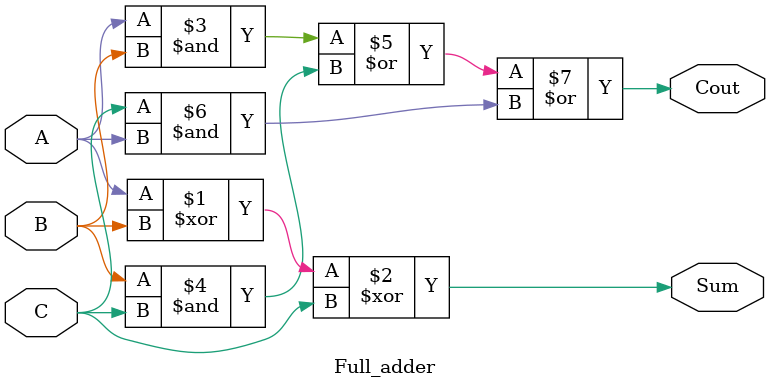
<source format=v>
`timescale 1ns / 1ps


module Full_adder(
    input A,
    input B,
    input C,
    output Sum,
    output Cout
    );
    assign Sum = A^B^C;
    assign Cout =(A&B)|(B&C)|(C&A);
endmodule

</source>
